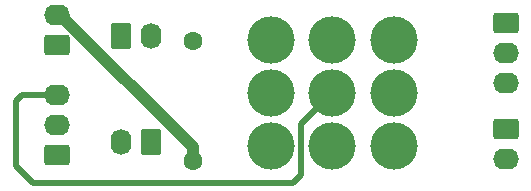
<source format=gbr>
%TF.GenerationSoftware,KiCad,Pcbnew,9.0.2*%
%TF.CreationDate,2025-06-20T16:19:37+01:00*%
%TF.ProjectId,FootSw,466f6f74-5377-42e6-9b69-6361645f7063,rev?*%
%TF.SameCoordinates,Original*%
%TF.FileFunction,Copper,L1,Top*%
%TF.FilePolarity,Positive*%
%FSLAX46Y46*%
G04 Gerber Fmt 4.6, Leading zero omitted, Abs format (unit mm)*
G04 Created by KiCad (PCBNEW 9.0.2) date 2025-06-20 16:19:37*
%MOMM*%
%LPD*%
G01*
G04 APERTURE LIST*
G04 Aperture macros list*
%AMRoundRect*
0 Rectangle with rounded corners*
0 $1 Rounding radius*
0 $2 $3 $4 $5 $6 $7 $8 $9 X,Y pos of 4 corners*
0 Add a 4 corners polygon primitive as box body*
4,1,4,$2,$3,$4,$5,$6,$7,$8,$9,$2,$3,0*
0 Add four circle primitives for the rounded corners*
1,1,$1+$1,$2,$3*
1,1,$1+$1,$4,$5*
1,1,$1+$1,$6,$7*
1,1,$1+$1,$8,$9*
0 Add four rect primitives between the rounded corners*
20,1,$1+$1,$2,$3,$4,$5,0*
20,1,$1+$1,$4,$5,$6,$7,0*
20,1,$1+$1,$6,$7,$8,$9,0*
20,1,$1+$1,$8,$9,$2,$3,0*%
G04 Aperture macros list end*
%TA.AperFunction,ComponentPad*%
%ADD10C,4.000000*%
%TD*%
%TA.AperFunction,ComponentPad*%
%ADD11RoundRect,0.250000X0.620000X0.845000X-0.620000X0.845000X-0.620000X-0.845000X0.620000X-0.845000X0*%
%TD*%
%TA.AperFunction,ComponentPad*%
%ADD12O,1.740000X2.190000*%
%TD*%
%TA.AperFunction,ComponentPad*%
%ADD13RoundRect,0.250000X0.845000X-0.620000X0.845000X0.620000X-0.845000X0.620000X-0.845000X-0.620000X0*%
%TD*%
%TA.AperFunction,ComponentPad*%
%ADD14O,2.190000X1.740000*%
%TD*%
%TA.AperFunction,ComponentPad*%
%ADD15RoundRect,0.250000X-0.620000X-0.845000X0.620000X-0.845000X0.620000X0.845000X-0.620000X0.845000X0*%
%TD*%
%TA.AperFunction,ComponentPad*%
%ADD16C,1.600000*%
%TD*%
%TA.AperFunction,ComponentPad*%
%ADD17RoundRect,0.250000X-0.845000X0.620000X-0.845000X-0.620000X0.845000X-0.620000X0.845000X0.620000X0*%
%TD*%
%TA.AperFunction,Conductor*%
%ADD18C,0.500000*%
%TD*%
%TA.AperFunction,Conductor*%
%ADD19C,1.000000*%
%TD*%
G04 APERTURE END LIST*
D10*
%TO.P,SW1,A1,A*%
%TO.N,Net-(R1-Pad1)*%
X77600000Y-54350000D03*
%TO.P,SW1,A2,B*%
%TO.N,Net-(J4-Pin_2)*%
X77600000Y-58850000D03*
%TO.P,SW1,A3,C*%
%TO.N,unconnected-(SW1-C-PadA3)*%
X77600000Y-63350000D03*
%TO.P,SW1,B1,A*%
%TO.N,Net-(J7-Pin_2)*%
X82800000Y-54350000D03*
%TO.P,SW1,B2,B*%
%TO.N,Net-(J1-Pin_3)*%
X82800000Y-58850000D03*
%TO.P,SW1,B3,C*%
%TO.N,Net-(SW1-C-PadB3)*%
X82800000Y-63350000D03*
%TO.P,SW1,C1,A*%
%TO.N,Net-(J7-Pin_3)*%
X88000000Y-54350000D03*
%TO.P,SW1,C2,B*%
%TO.N,Net-(J2-Pin_2)*%
X88000000Y-58850000D03*
%TO.P,SW1,C3,C*%
%TO.N,Net-(SW1-C-PadB3)*%
X88000000Y-63350000D03*
%TD*%
D11*
%TO.P,J4,1,Pin_1*%
%TO.N,Net-(J1-Pin_2)*%
X67500000Y-62980000D03*
D12*
%TO.P,J4,2,Pin_2*%
%TO.N,Net-(J4-Pin_2)*%
X64960000Y-62980000D03*
%TD*%
D13*
%TO.P,J1,1,Pin_1*%
%TO.N,GND*%
X59500000Y-64080000D03*
D14*
%TO.P,J1,2,Pin_2*%
%TO.N,Net-(J1-Pin_2)*%
X59500000Y-61540000D03*
%TO.P,J1,3,Pin_3*%
%TO.N,Net-(J1-Pin_3)*%
X59500000Y-59000000D03*
%TD*%
D15*
%TO.P,J8,1,Pin_1*%
%TO.N,GND*%
X64960000Y-54000000D03*
D12*
%TO.P,J8,2,Pin_2*%
%TO.N,Net-(J4-Pin_2)*%
X67500000Y-54000000D03*
%TD*%
D16*
%TO.P,R1,1*%
%TO.N,Net-(R1-Pad1)*%
X71000000Y-54420000D03*
%TO.P,R1,2*%
%TO.N,Net-(J5-Pin_2)*%
X71000000Y-64580000D03*
%TD*%
D17*
%TO.P,J7,1,Pin_1*%
%TO.N,GND*%
X97500000Y-52920000D03*
D14*
%TO.P,J7,2,Pin_2*%
%TO.N,Net-(J7-Pin_2)*%
X97500000Y-55460000D03*
%TO.P,J7,3,Pin_3*%
%TO.N,Net-(J7-Pin_3)*%
X97500000Y-58000000D03*
%TD*%
D17*
%TO.P,J2,1,Pin_1*%
%TO.N,GND*%
X97480000Y-61920000D03*
D14*
%TO.P,J2,2,Pin_2*%
%TO.N,Net-(J2-Pin_2)*%
X97480000Y-64460000D03*
%TD*%
D13*
%TO.P,J5,1,Pin_1*%
%TO.N,GND*%
X59500000Y-54775000D03*
D14*
%TO.P,J5,2,Pin_2*%
%TO.N,Net-(J5-Pin_2)*%
X59500000Y-52235000D03*
%TD*%
D18*
%TO.N,Net-(J1-Pin_3)*%
X82800000Y-58850000D02*
X80200000Y-61450000D01*
X80200000Y-61450000D02*
X80200000Y-65800000D01*
X56000000Y-59500000D02*
X56500000Y-59000000D01*
X56500000Y-59000000D02*
X59500000Y-59000000D01*
X80200000Y-65800000D02*
X79500000Y-66500000D01*
X79500000Y-66500000D02*
X57500000Y-66500000D01*
X57500000Y-66500000D02*
X56000000Y-65000000D01*
X56000000Y-65000000D02*
X56000000Y-59500000D01*
D19*
%TO.N,Net-(J5-Pin_2)*%
X71000000Y-64580000D02*
X71000000Y-63448630D01*
X59786370Y-52235000D02*
X59500000Y-52235000D01*
X71000000Y-63448630D02*
X59786370Y-52235000D01*
%TD*%
M02*

</source>
